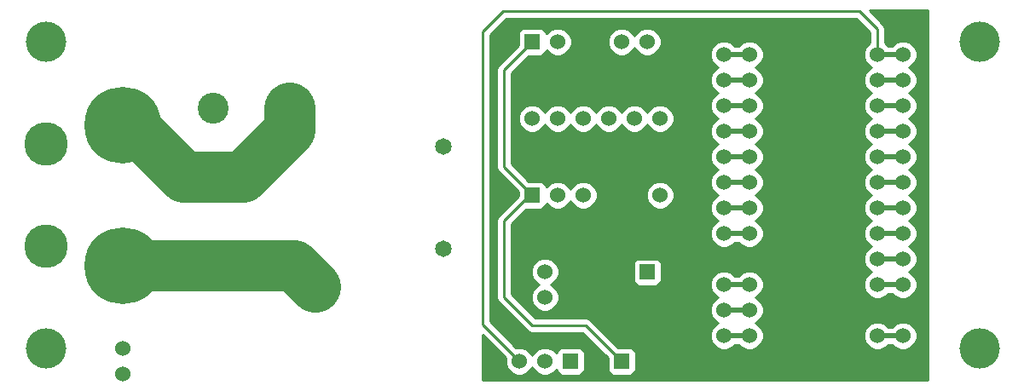
<source format=gbl>
G04 (created by PCBNEW (2013-07-07 BZR 4022)-stable) date Tue 03 Sep 2013 18:57:52 CST*
%MOIN*%
G04 Gerber Fmt 3.4, Leading zero omitted, Abs format*
%FSLAX34Y34*%
G01*
G70*
G90*
G04 APERTURE LIST*
%ADD10C,0.006*%
%ADD11C,0.02*%
%ADD12C,0.06*%
%ADD13C,0.065*%
%ADD14C,0.121*%
%ADD15C,0.15748*%
%ADD16R,0.06X0.06*%
%ADD17C,0.17*%
%ADD18C,0.3*%
%ADD19C,0.01*%
%ADD20C,0.2*%
G04 APERTURE END LIST*
G54D10*
G54D11*
X64600Y-42000D02*
X64200Y-42000D01*
X64600Y-41000D02*
X64200Y-41000D01*
X64600Y-40000D02*
X64200Y-40000D01*
X64600Y-38000D02*
X64200Y-38000D01*
X64600Y-37000D02*
X64200Y-37000D01*
X64600Y-36000D02*
X64200Y-36000D01*
X64600Y-35000D02*
X64200Y-35000D01*
X64600Y-34000D02*
X64200Y-34000D01*
X64600Y-33000D02*
X64200Y-33000D01*
X64600Y-32000D02*
X64200Y-32000D01*
X64600Y-31000D02*
X64200Y-31000D01*
X70600Y-31000D02*
X70200Y-31000D01*
X70600Y-32000D02*
X70200Y-32000D01*
X70600Y-33000D02*
X70200Y-33000D01*
X70600Y-34000D02*
X70200Y-34000D01*
X70600Y-35000D02*
X70200Y-35000D01*
X70600Y-36000D02*
X70200Y-36000D01*
X70600Y-37000D02*
X70200Y-37000D01*
X70600Y-38000D02*
X70200Y-38000D01*
X70600Y-39000D02*
X70200Y-39000D01*
X70600Y-40000D02*
X70200Y-40000D01*
X70600Y-42000D02*
X70200Y-42000D01*
G54D12*
X70900Y-42000D03*
X70900Y-41000D03*
X70900Y-40000D03*
X70900Y-39000D03*
X70900Y-38000D03*
X70900Y-37000D03*
X70900Y-36000D03*
X70900Y-35000D03*
X70900Y-34000D03*
X70900Y-33000D03*
X70900Y-32000D03*
X70900Y-31000D03*
X63900Y-31000D03*
X63900Y-32000D03*
X63900Y-33000D03*
X63900Y-34000D03*
X63900Y-35000D03*
X63900Y-36000D03*
X63900Y-37000D03*
X63900Y-38000D03*
X63900Y-39000D03*
X63900Y-40000D03*
X63900Y-41000D03*
X63900Y-42000D03*
X69900Y-42000D03*
X69900Y-41000D03*
X69900Y-40000D03*
X69900Y-39000D03*
X69900Y-38000D03*
X69900Y-37000D03*
X69900Y-36000D03*
X69900Y-35000D03*
X69900Y-34000D03*
X69900Y-33000D03*
X69900Y-32000D03*
X69900Y-31000D03*
X64900Y-31000D03*
X64900Y-32000D03*
X64900Y-33000D03*
X64900Y-34000D03*
X64900Y-35000D03*
X64900Y-36000D03*
X64900Y-37000D03*
X64900Y-38000D03*
X64900Y-39000D03*
X64900Y-40000D03*
X64900Y-41000D03*
X64900Y-42000D03*
G54D13*
X52943Y-38602D03*
X52943Y-34603D03*
G54D14*
X47944Y-40098D03*
X43940Y-33107D03*
X46944Y-33107D03*
G54D15*
X37400Y-42500D03*
X37400Y-30500D03*
X73900Y-42500D03*
X73900Y-30500D03*
G54D16*
X57900Y-43000D03*
G54D12*
X56900Y-43000D03*
X55900Y-43000D03*
G54D16*
X60900Y-39500D03*
G54D12*
X59900Y-39500D03*
X59900Y-30500D03*
X60900Y-30500D03*
G54D16*
X56400Y-36500D03*
G54D12*
X56400Y-33500D03*
X57900Y-39500D03*
X56900Y-39500D03*
X56900Y-40500D03*
G54D16*
X56400Y-30500D03*
G54D12*
X57400Y-30500D03*
X40400Y-43500D03*
X40400Y-42500D03*
G54D17*
X37400Y-38500D03*
X37400Y-34500D03*
G54D18*
X40400Y-39250D03*
X40400Y-33750D03*
G54D16*
X59900Y-43000D03*
G54D12*
X60900Y-43000D03*
X60400Y-33500D03*
X60400Y-36500D03*
X61400Y-33500D03*
X61400Y-36500D03*
X59400Y-33500D03*
X59400Y-36500D03*
X58400Y-33500D03*
X58400Y-36500D03*
X57400Y-33500D03*
X57400Y-36500D03*
G54D19*
X63900Y-42000D02*
X64900Y-42000D01*
X70900Y-42000D02*
X69900Y-42000D01*
X56400Y-36500D02*
X56300Y-36500D01*
X58500Y-41600D02*
X59900Y-43000D01*
X56400Y-41600D02*
X58500Y-41600D01*
X55300Y-40500D02*
X56400Y-41600D01*
X55300Y-37500D02*
X55300Y-40500D01*
X56300Y-36500D02*
X55300Y-37500D01*
X56400Y-30500D02*
X55300Y-31600D01*
X55300Y-35400D02*
X56400Y-36500D01*
X55300Y-31600D02*
X55300Y-35400D01*
X69900Y-31000D02*
X69900Y-30000D01*
X54450Y-41550D02*
X55900Y-43000D01*
X54450Y-30100D02*
X54450Y-41550D01*
X55265Y-29285D02*
X54450Y-30100D01*
X69185Y-29285D02*
X55265Y-29285D01*
X69900Y-30000D02*
X69185Y-29285D01*
X70900Y-31000D02*
X69900Y-31000D01*
X63900Y-31000D02*
X64900Y-31000D01*
X63900Y-32000D02*
X64900Y-32000D01*
X63900Y-39000D02*
X64900Y-39000D01*
X64900Y-39000D02*
X67900Y-39000D01*
X67900Y-39000D02*
X69900Y-41000D01*
X70900Y-41000D02*
X69900Y-41000D01*
X60900Y-43000D02*
X67900Y-43000D01*
X67900Y-43000D02*
X69900Y-41000D01*
X59900Y-39500D02*
X59900Y-42000D01*
X59900Y-42000D02*
X60900Y-43000D01*
X63900Y-39000D02*
X59900Y-39000D01*
X59900Y-39000D02*
X59900Y-37000D01*
X59400Y-36500D02*
X59900Y-37000D01*
X59900Y-39500D02*
X59900Y-39000D01*
X59900Y-37000D02*
X60400Y-36500D01*
X59900Y-39500D02*
X57900Y-39500D01*
G54D20*
X40400Y-33750D02*
X40750Y-33750D01*
X46944Y-33956D02*
X46944Y-33107D01*
X45100Y-35800D02*
X46944Y-33956D01*
X42800Y-35800D02*
X45100Y-35800D01*
X40750Y-33750D02*
X42800Y-35800D01*
X47096Y-39250D02*
X47944Y-40098D01*
X40400Y-39250D02*
X47096Y-39250D01*
G54D10*
G36*
X71850Y-43730D02*
X71450Y-43730D01*
X71450Y-41891D01*
X71366Y-41688D01*
X71211Y-41534D01*
X71009Y-41450D01*
X70791Y-41449D01*
X70588Y-41533D01*
X70472Y-41650D01*
X70327Y-41650D01*
X70211Y-41534D01*
X70009Y-41450D01*
X69791Y-41449D01*
X69588Y-41533D01*
X69434Y-41688D01*
X69350Y-41890D01*
X69349Y-42108D01*
X69433Y-42311D01*
X69588Y-42465D01*
X69790Y-42549D01*
X70008Y-42550D01*
X70211Y-42466D01*
X70327Y-42350D01*
X70472Y-42350D01*
X70588Y-42465D01*
X70790Y-42549D01*
X71008Y-42550D01*
X71211Y-42466D01*
X71365Y-42311D01*
X71449Y-42109D01*
X71450Y-41891D01*
X71450Y-43730D01*
X65450Y-43730D01*
X65450Y-41891D01*
X65366Y-41688D01*
X65211Y-41534D01*
X65130Y-41500D01*
X65211Y-41466D01*
X65365Y-41311D01*
X65449Y-41109D01*
X65450Y-40891D01*
X65366Y-40688D01*
X65211Y-40534D01*
X65130Y-40500D01*
X65211Y-40466D01*
X65365Y-40311D01*
X65449Y-40109D01*
X65450Y-39891D01*
X65450Y-37891D01*
X65366Y-37688D01*
X65211Y-37534D01*
X65130Y-37500D01*
X65211Y-37466D01*
X65365Y-37311D01*
X65449Y-37109D01*
X65450Y-36891D01*
X65366Y-36688D01*
X65211Y-36534D01*
X65130Y-36500D01*
X65211Y-36466D01*
X65365Y-36311D01*
X65449Y-36109D01*
X65450Y-35891D01*
X65366Y-35688D01*
X65211Y-35534D01*
X65130Y-35500D01*
X65211Y-35466D01*
X65365Y-35311D01*
X65449Y-35109D01*
X65450Y-34891D01*
X65366Y-34688D01*
X65211Y-34534D01*
X65130Y-34500D01*
X65211Y-34466D01*
X65365Y-34311D01*
X65449Y-34109D01*
X65450Y-33891D01*
X65366Y-33688D01*
X65211Y-33534D01*
X65130Y-33500D01*
X65211Y-33466D01*
X65365Y-33311D01*
X65449Y-33109D01*
X65450Y-32891D01*
X65366Y-32688D01*
X65211Y-32534D01*
X65130Y-32500D01*
X65211Y-32466D01*
X65365Y-32311D01*
X65449Y-32109D01*
X65450Y-31891D01*
X65366Y-31688D01*
X65211Y-31534D01*
X65130Y-31500D01*
X65211Y-31466D01*
X65365Y-31311D01*
X65449Y-31109D01*
X65450Y-30891D01*
X65366Y-30688D01*
X65211Y-30534D01*
X65009Y-30450D01*
X64791Y-30449D01*
X64588Y-30533D01*
X64472Y-30650D01*
X64327Y-30650D01*
X64211Y-30534D01*
X64009Y-30450D01*
X63791Y-30449D01*
X63588Y-30533D01*
X63434Y-30688D01*
X63350Y-30890D01*
X63349Y-31108D01*
X63433Y-31311D01*
X63588Y-31465D01*
X63669Y-31499D01*
X63588Y-31533D01*
X63434Y-31688D01*
X63350Y-31890D01*
X63349Y-32108D01*
X63433Y-32311D01*
X63588Y-32465D01*
X63669Y-32499D01*
X63588Y-32533D01*
X63434Y-32688D01*
X63350Y-32890D01*
X63349Y-33108D01*
X63433Y-33311D01*
X63588Y-33465D01*
X63669Y-33499D01*
X63588Y-33533D01*
X63434Y-33688D01*
X63350Y-33890D01*
X63349Y-34108D01*
X63433Y-34311D01*
X63588Y-34465D01*
X63669Y-34499D01*
X63588Y-34533D01*
X63434Y-34688D01*
X63350Y-34890D01*
X63349Y-35108D01*
X63433Y-35311D01*
X63588Y-35465D01*
X63669Y-35499D01*
X63588Y-35533D01*
X63434Y-35688D01*
X63350Y-35890D01*
X63349Y-36108D01*
X63433Y-36311D01*
X63588Y-36465D01*
X63669Y-36499D01*
X63588Y-36533D01*
X63434Y-36688D01*
X63350Y-36890D01*
X63349Y-37108D01*
X63433Y-37311D01*
X63588Y-37465D01*
X63669Y-37499D01*
X63588Y-37533D01*
X63434Y-37688D01*
X63350Y-37890D01*
X63349Y-38108D01*
X63433Y-38311D01*
X63588Y-38465D01*
X63790Y-38549D01*
X64008Y-38550D01*
X64211Y-38466D01*
X64327Y-38350D01*
X64472Y-38350D01*
X64588Y-38465D01*
X64790Y-38549D01*
X65008Y-38550D01*
X65211Y-38466D01*
X65365Y-38311D01*
X65449Y-38109D01*
X65450Y-37891D01*
X65450Y-39891D01*
X65366Y-39688D01*
X65211Y-39534D01*
X65009Y-39450D01*
X64791Y-39449D01*
X64588Y-39533D01*
X64472Y-39650D01*
X64327Y-39650D01*
X64211Y-39534D01*
X64009Y-39450D01*
X63791Y-39449D01*
X63588Y-39533D01*
X63434Y-39688D01*
X63350Y-39890D01*
X63349Y-40108D01*
X63433Y-40311D01*
X63588Y-40465D01*
X63669Y-40499D01*
X63588Y-40533D01*
X63434Y-40688D01*
X63350Y-40890D01*
X63349Y-41108D01*
X63433Y-41311D01*
X63588Y-41465D01*
X63669Y-41499D01*
X63588Y-41533D01*
X63434Y-41688D01*
X63350Y-41890D01*
X63349Y-42108D01*
X63433Y-42311D01*
X63588Y-42465D01*
X63790Y-42549D01*
X64008Y-42550D01*
X64211Y-42466D01*
X64327Y-42350D01*
X64472Y-42350D01*
X64588Y-42465D01*
X64790Y-42549D01*
X65008Y-42550D01*
X65211Y-42466D01*
X65365Y-42311D01*
X65449Y-42109D01*
X65450Y-41891D01*
X65450Y-43730D01*
X61950Y-43730D01*
X61950Y-36391D01*
X61950Y-33391D01*
X61866Y-33188D01*
X61711Y-33034D01*
X61509Y-32950D01*
X61450Y-32950D01*
X61450Y-30391D01*
X61366Y-30188D01*
X61211Y-30034D01*
X61009Y-29950D01*
X60791Y-29949D01*
X60588Y-30033D01*
X60434Y-30188D01*
X60400Y-30269D01*
X60366Y-30188D01*
X60211Y-30034D01*
X60009Y-29950D01*
X59791Y-29949D01*
X59588Y-30033D01*
X59434Y-30188D01*
X59350Y-30390D01*
X59349Y-30608D01*
X59433Y-30811D01*
X59588Y-30965D01*
X59790Y-31049D01*
X60008Y-31050D01*
X60211Y-30966D01*
X60365Y-30811D01*
X60399Y-30730D01*
X60433Y-30811D01*
X60588Y-30965D01*
X60790Y-31049D01*
X61008Y-31050D01*
X61211Y-30966D01*
X61365Y-30811D01*
X61449Y-30609D01*
X61450Y-30391D01*
X61450Y-32950D01*
X61291Y-32949D01*
X61088Y-33033D01*
X60934Y-33188D01*
X60900Y-33269D01*
X60866Y-33188D01*
X60711Y-33034D01*
X60509Y-32950D01*
X60291Y-32949D01*
X60088Y-33033D01*
X59934Y-33188D01*
X59900Y-33269D01*
X59866Y-33188D01*
X59711Y-33034D01*
X59509Y-32950D01*
X59291Y-32949D01*
X59088Y-33033D01*
X58934Y-33188D01*
X58900Y-33269D01*
X58866Y-33188D01*
X58711Y-33034D01*
X58509Y-32950D01*
X58291Y-32949D01*
X58088Y-33033D01*
X57934Y-33188D01*
X57900Y-33269D01*
X57866Y-33188D01*
X57711Y-33034D01*
X57509Y-32950D01*
X57291Y-32949D01*
X57088Y-33033D01*
X56934Y-33188D01*
X56900Y-33269D01*
X56866Y-33188D01*
X56711Y-33034D01*
X56509Y-32950D01*
X56291Y-32949D01*
X56088Y-33033D01*
X55934Y-33188D01*
X55850Y-33390D01*
X55849Y-33608D01*
X55933Y-33811D01*
X56088Y-33965D01*
X56290Y-34049D01*
X56508Y-34050D01*
X56711Y-33966D01*
X56865Y-33811D01*
X56899Y-33730D01*
X56933Y-33811D01*
X57088Y-33965D01*
X57290Y-34049D01*
X57508Y-34050D01*
X57711Y-33966D01*
X57865Y-33811D01*
X57899Y-33730D01*
X57933Y-33811D01*
X58088Y-33965D01*
X58290Y-34049D01*
X58508Y-34050D01*
X58711Y-33966D01*
X58865Y-33811D01*
X58899Y-33730D01*
X58933Y-33811D01*
X59088Y-33965D01*
X59290Y-34049D01*
X59508Y-34050D01*
X59711Y-33966D01*
X59865Y-33811D01*
X59899Y-33730D01*
X59933Y-33811D01*
X60088Y-33965D01*
X60290Y-34049D01*
X60508Y-34050D01*
X60711Y-33966D01*
X60865Y-33811D01*
X60899Y-33730D01*
X60933Y-33811D01*
X61088Y-33965D01*
X61290Y-34049D01*
X61508Y-34050D01*
X61711Y-33966D01*
X61865Y-33811D01*
X61949Y-33609D01*
X61950Y-33391D01*
X61950Y-36391D01*
X61866Y-36188D01*
X61711Y-36034D01*
X61509Y-35950D01*
X61291Y-35949D01*
X61088Y-36033D01*
X60934Y-36188D01*
X60850Y-36390D01*
X60849Y-36608D01*
X60933Y-36811D01*
X61088Y-36965D01*
X61290Y-37049D01*
X61508Y-37050D01*
X61711Y-36966D01*
X61865Y-36811D01*
X61949Y-36609D01*
X61950Y-36391D01*
X61950Y-43730D01*
X61450Y-43730D01*
X61450Y-39750D01*
X61450Y-39150D01*
X61412Y-39058D01*
X61341Y-38988D01*
X61249Y-38950D01*
X61150Y-38949D01*
X60550Y-38949D01*
X60458Y-38987D01*
X60388Y-39058D01*
X60350Y-39150D01*
X60349Y-39249D01*
X60349Y-39849D01*
X60387Y-39941D01*
X60458Y-40011D01*
X60550Y-40049D01*
X60649Y-40050D01*
X61249Y-40050D01*
X61341Y-40012D01*
X61411Y-39941D01*
X61449Y-39849D01*
X61450Y-39750D01*
X61450Y-43730D01*
X60450Y-43730D01*
X60450Y-43250D01*
X60450Y-42650D01*
X60412Y-42558D01*
X60341Y-42488D01*
X60249Y-42450D01*
X60150Y-42449D01*
X59774Y-42449D01*
X58712Y-41387D01*
X58614Y-41322D01*
X58500Y-41300D01*
X57450Y-41300D01*
X57450Y-40391D01*
X57366Y-40188D01*
X57211Y-40034D01*
X57130Y-40000D01*
X57211Y-39966D01*
X57365Y-39811D01*
X57449Y-39609D01*
X57450Y-39391D01*
X57366Y-39188D01*
X57211Y-39034D01*
X57009Y-38950D01*
X56791Y-38949D01*
X56588Y-39033D01*
X56434Y-39188D01*
X56350Y-39390D01*
X56349Y-39608D01*
X56433Y-39811D01*
X56588Y-39965D01*
X56669Y-39999D01*
X56588Y-40033D01*
X56434Y-40188D01*
X56350Y-40390D01*
X56349Y-40608D01*
X56433Y-40811D01*
X56588Y-40965D01*
X56790Y-41049D01*
X57008Y-41050D01*
X57211Y-40966D01*
X57365Y-40811D01*
X57449Y-40609D01*
X57450Y-40391D01*
X57450Y-41300D01*
X56524Y-41300D01*
X55600Y-40375D01*
X55600Y-37624D01*
X56174Y-37050D01*
X56749Y-37050D01*
X56841Y-37012D01*
X56911Y-36941D01*
X56949Y-36849D01*
X56949Y-36827D01*
X57088Y-36965D01*
X57290Y-37049D01*
X57508Y-37050D01*
X57711Y-36966D01*
X57865Y-36811D01*
X57899Y-36730D01*
X57933Y-36811D01*
X58088Y-36965D01*
X58290Y-37049D01*
X58508Y-37050D01*
X58711Y-36966D01*
X58865Y-36811D01*
X58949Y-36609D01*
X58950Y-36391D01*
X58866Y-36188D01*
X58711Y-36034D01*
X58509Y-35950D01*
X58291Y-35949D01*
X58088Y-36033D01*
X57934Y-36188D01*
X57900Y-36269D01*
X57866Y-36188D01*
X57711Y-36034D01*
X57509Y-35950D01*
X57291Y-35949D01*
X57088Y-36033D01*
X56950Y-36172D01*
X56950Y-36150D01*
X56912Y-36058D01*
X56841Y-35988D01*
X56749Y-35950D01*
X56650Y-35949D01*
X56274Y-35949D01*
X55600Y-35275D01*
X55600Y-31724D01*
X56274Y-31050D01*
X56749Y-31050D01*
X56841Y-31012D01*
X56911Y-30941D01*
X56949Y-30849D01*
X56949Y-30827D01*
X57088Y-30965D01*
X57290Y-31049D01*
X57508Y-31050D01*
X57711Y-30966D01*
X57865Y-30811D01*
X57949Y-30609D01*
X57950Y-30391D01*
X57866Y-30188D01*
X57711Y-30034D01*
X57509Y-29950D01*
X57291Y-29949D01*
X57088Y-30033D01*
X56950Y-30172D01*
X56950Y-30150D01*
X56912Y-30058D01*
X56841Y-29988D01*
X56749Y-29950D01*
X56650Y-29949D01*
X56050Y-29949D01*
X55958Y-29987D01*
X55888Y-30058D01*
X55850Y-30150D01*
X55849Y-30249D01*
X55849Y-30625D01*
X55087Y-31387D01*
X55022Y-31485D01*
X55000Y-31600D01*
X55000Y-35400D01*
X55022Y-35514D01*
X55087Y-35612D01*
X55849Y-36374D01*
X55849Y-36525D01*
X55087Y-37287D01*
X55022Y-37385D01*
X55000Y-37500D01*
X55000Y-40500D01*
X55022Y-40614D01*
X55087Y-40712D01*
X56187Y-41812D01*
X56187Y-41812D01*
X56285Y-41877D01*
X56400Y-41900D01*
X58375Y-41900D01*
X59349Y-42874D01*
X59349Y-43349D01*
X59387Y-43441D01*
X59458Y-43511D01*
X59550Y-43549D01*
X59649Y-43550D01*
X60249Y-43550D01*
X60341Y-43512D01*
X60411Y-43441D01*
X60449Y-43349D01*
X60450Y-43250D01*
X60450Y-43730D01*
X54450Y-43730D01*
X54450Y-41974D01*
X55354Y-42878D01*
X55350Y-42890D01*
X55349Y-43108D01*
X55433Y-43311D01*
X55588Y-43465D01*
X55790Y-43549D01*
X56008Y-43550D01*
X56211Y-43466D01*
X56365Y-43311D01*
X56399Y-43230D01*
X56433Y-43311D01*
X56588Y-43465D01*
X56790Y-43549D01*
X57008Y-43550D01*
X57211Y-43466D01*
X57349Y-43327D01*
X57349Y-43349D01*
X57387Y-43441D01*
X57458Y-43511D01*
X57550Y-43549D01*
X57649Y-43550D01*
X58249Y-43550D01*
X58341Y-43512D01*
X58411Y-43441D01*
X58449Y-43349D01*
X58450Y-43250D01*
X58450Y-42650D01*
X58412Y-42558D01*
X58341Y-42488D01*
X58249Y-42450D01*
X58150Y-42449D01*
X57550Y-42449D01*
X57458Y-42487D01*
X57388Y-42558D01*
X57350Y-42650D01*
X57350Y-42672D01*
X57211Y-42534D01*
X57009Y-42450D01*
X56791Y-42449D01*
X56588Y-42533D01*
X56434Y-42688D01*
X56400Y-42769D01*
X56366Y-42688D01*
X56211Y-42534D01*
X56009Y-42450D01*
X55791Y-42449D01*
X55779Y-42454D01*
X54750Y-41425D01*
X54750Y-30224D01*
X55389Y-29585D01*
X69060Y-29585D01*
X69600Y-30124D01*
X69600Y-30528D01*
X69588Y-30533D01*
X69434Y-30688D01*
X69350Y-30890D01*
X69349Y-31108D01*
X69433Y-31311D01*
X69588Y-31465D01*
X69669Y-31499D01*
X69588Y-31533D01*
X69434Y-31688D01*
X69350Y-31890D01*
X69349Y-32108D01*
X69433Y-32311D01*
X69588Y-32465D01*
X69669Y-32499D01*
X69588Y-32533D01*
X69434Y-32688D01*
X69350Y-32890D01*
X69349Y-33108D01*
X69433Y-33311D01*
X69588Y-33465D01*
X69669Y-33499D01*
X69588Y-33533D01*
X69434Y-33688D01*
X69350Y-33890D01*
X69349Y-34108D01*
X69433Y-34311D01*
X69588Y-34465D01*
X69669Y-34499D01*
X69588Y-34533D01*
X69434Y-34688D01*
X69350Y-34890D01*
X69349Y-35108D01*
X69433Y-35311D01*
X69588Y-35465D01*
X69669Y-35499D01*
X69588Y-35533D01*
X69434Y-35688D01*
X69350Y-35890D01*
X69349Y-36108D01*
X69433Y-36311D01*
X69588Y-36465D01*
X69669Y-36499D01*
X69588Y-36533D01*
X69434Y-36688D01*
X69350Y-36890D01*
X69349Y-37108D01*
X69433Y-37311D01*
X69588Y-37465D01*
X69669Y-37499D01*
X69588Y-37533D01*
X69434Y-37688D01*
X69350Y-37890D01*
X69349Y-38108D01*
X69433Y-38311D01*
X69588Y-38465D01*
X69669Y-38499D01*
X69588Y-38533D01*
X69434Y-38688D01*
X69350Y-38890D01*
X69349Y-39108D01*
X69433Y-39311D01*
X69588Y-39465D01*
X69669Y-39499D01*
X69588Y-39533D01*
X69434Y-39688D01*
X69350Y-39890D01*
X69349Y-40108D01*
X69433Y-40311D01*
X69588Y-40465D01*
X69790Y-40549D01*
X70008Y-40550D01*
X70211Y-40466D01*
X70327Y-40350D01*
X70472Y-40350D01*
X70588Y-40465D01*
X70790Y-40549D01*
X71008Y-40550D01*
X71211Y-40466D01*
X71365Y-40311D01*
X71449Y-40109D01*
X71450Y-39891D01*
X71366Y-39688D01*
X71211Y-39534D01*
X71130Y-39500D01*
X71211Y-39466D01*
X71365Y-39311D01*
X71449Y-39109D01*
X71450Y-38891D01*
X71366Y-38688D01*
X71211Y-38534D01*
X71130Y-38500D01*
X71211Y-38466D01*
X71365Y-38311D01*
X71449Y-38109D01*
X71450Y-37891D01*
X71366Y-37688D01*
X71211Y-37534D01*
X71130Y-37500D01*
X71211Y-37466D01*
X71365Y-37311D01*
X71449Y-37109D01*
X71450Y-36891D01*
X71366Y-36688D01*
X71211Y-36534D01*
X71130Y-36500D01*
X71211Y-36466D01*
X71365Y-36311D01*
X71449Y-36109D01*
X71450Y-35891D01*
X71366Y-35688D01*
X71211Y-35534D01*
X71130Y-35500D01*
X71211Y-35466D01*
X71365Y-35311D01*
X71449Y-35109D01*
X71450Y-34891D01*
X71366Y-34688D01*
X71211Y-34534D01*
X71130Y-34500D01*
X71211Y-34466D01*
X71365Y-34311D01*
X71449Y-34109D01*
X71450Y-33891D01*
X71366Y-33688D01*
X71211Y-33534D01*
X71130Y-33500D01*
X71211Y-33466D01*
X71365Y-33311D01*
X71449Y-33109D01*
X71450Y-32891D01*
X71366Y-32688D01*
X71211Y-32534D01*
X71130Y-32500D01*
X71211Y-32466D01*
X71365Y-32311D01*
X71449Y-32109D01*
X71450Y-31891D01*
X71366Y-31688D01*
X71211Y-31534D01*
X71130Y-31500D01*
X71211Y-31466D01*
X71365Y-31311D01*
X71449Y-31109D01*
X71450Y-30891D01*
X71366Y-30688D01*
X71211Y-30534D01*
X71009Y-30450D01*
X70791Y-30449D01*
X70588Y-30533D01*
X70472Y-30650D01*
X70327Y-30650D01*
X70211Y-30534D01*
X70200Y-30529D01*
X70200Y-30000D01*
X70177Y-29885D01*
X70112Y-29787D01*
X70112Y-29787D01*
X69593Y-29269D01*
X71850Y-29269D01*
X71850Y-43730D01*
X71850Y-43730D01*
G37*
G54D19*
X71850Y-43730D02*
X71450Y-43730D01*
X71450Y-41891D01*
X71366Y-41688D01*
X71211Y-41534D01*
X71009Y-41450D01*
X70791Y-41449D01*
X70588Y-41533D01*
X70472Y-41650D01*
X70327Y-41650D01*
X70211Y-41534D01*
X70009Y-41450D01*
X69791Y-41449D01*
X69588Y-41533D01*
X69434Y-41688D01*
X69350Y-41890D01*
X69349Y-42108D01*
X69433Y-42311D01*
X69588Y-42465D01*
X69790Y-42549D01*
X70008Y-42550D01*
X70211Y-42466D01*
X70327Y-42350D01*
X70472Y-42350D01*
X70588Y-42465D01*
X70790Y-42549D01*
X71008Y-42550D01*
X71211Y-42466D01*
X71365Y-42311D01*
X71449Y-42109D01*
X71450Y-41891D01*
X71450Y-43730D01*
X65450Y-43730D01*
X65450Y-41891D01*
X65366Y-41688D01*
X65211Y-41534D01*
X65130Y-41500D01*
X65211Y-41466D01*
X65365Y-41311D01*
X65449Y-41109D01*
X65450Y-40891D01*
X65366Y-40688D01*
X65211Y-40534D01*
X65130Y-40500D01*
X65211Y-40466D01*
X65365Y-40311D01*
X65449Y-40109D01*
X65450Y-39891D01*
X65450Y-37891D01*
X65366Y-37688D01*
X65211Y-37534D01*
X65130Y-37500D01*
X65211Y-37466D01*
X65365Y-37311D01*
X65449Y-37109D01*
X65450Y-36891D01*
X65366Y-36688D01*
X65211Y-36534D01*
X65130Y-36500D01*
X65211Y-36466D01*
X65365Y-36311D01*
X65449Y-36109D01*
X65450Y-35891D01*
X65366Y-35688D01*
X65211Y-35534D01*
X65130Y-35500D01*
X65211Y-35466D01*
X65365Y-35311D01*
X65449Y-35109D01*
X65450Y-34891D01*
X65366Y-34688D01*
X65211Y-34534D01*
X65130Y-34500D01*
X65211Y-34466D01*
X65365Y-34311D01*
X65449Y-34109D01*
X65450Y-33891D01*
X65366Y-33688D01*
X65211Y-33534D01*
X65130Y-33500D01*
X65211Y-33466D01*
X65365Y-33311D01*
X65449Y-33109D01*
X65450Y-32891D01*
X65366Y-32688D01*
X65211Y-32534D01*
X65130Y-32500D01*
X65211Y-32466D01*
X65365Y-32311D01*
X65449Y-32109D01*
X65450Y-31891D01*
X65366Y-31688D01*
X65211Y-31534D01*
X65130Y-31500D01*
X65211Y-31466D01*
X65365Y-31311D01*
X65449Y-31109D01*
X65450Y-30891D01*
X65366Y-30688D01*
X65211Y-30534D01*
X65009Y-30450D01*
X64791Y-30449D01*
X64588Y-30533D01*
X64472Y-30650D01*
X64327Y-30650D01*
X64211Y-30534D01*
X64009Y-30450D01*
X63791Y-30449D01*
X63588Y-30533D01*
X63434Y-30688D01*
X63350Y-30890D01*
X63349Y-31108D01*
X63433Y-31311D01*
X63588Y-31465D01*
X63669Y-31499D01*
X63588Y-31533D01*
X63434Y-31688D01*
X63350Y-31890D01*
X63349Y-32108D01*
X63433Y-32311D01*
X63588Y-32465D01*
X63669Y-32499D01*
X63588Y-32533D01*
X63434Y-32688D01*
X63350Y-32890D01*
X63349Y-33108D01*
X63433Y-33311D01*
X63588Y-33465D01*
X63669Y-33499D01*
X63588Y-33533D01*
X63434Y-33688D01*
X63350Y-33890D01*
X63349Y-34108D01*
X63433Y-34311D01*
X63588Y-34465D01*
X63669Y-34499D01*
X63588Y-34533D01*
X63434Y-34688D01*
X63350Y-34890D01*
X63349Y-35108D01*
X63433Y-35311D01*
X63588Y-35465D01*
X63669Y-35499D01*
X63588Y-35533D01*
X63434Y-35688D01*
X63350Y-35890D01*
X63349Y-36108D01*
X63433Y-36311D01*
X63588Y-36465D01*
X63669Y-36499D01*
X63588Y-36533D01*
X63434Y-36688D01*
X63350Y-36890D01*
X63349Y-37108D01*
X63433Y-37311D01*
X63588Y-37465D01*
X63669Y-37499D01*
X63588Y-37533D01*
X63434Y-37688D01*
X63350Y-37890D01*
X63349Y-38108D01*
X63433Y-38311D01*
X63588Y-38465D01*
X63790Y-38549D01*
X64008Y-38550D01*
X64211Y-38466D01*
X64327Y-38350D01*
X64472Y-38350D01*
X64588Y-38465D01*
X64790Y-38549D01*
X65008Y-38550D01*
X65211Y-38466D01*
X65365Y-38311D01*
X65449Y-38109D01*
X65450Y-37891D01*
X65450Y-39891D01*
X65366Y-39688D01*
X65211Y-39534D01*
X65009Y-39450D01*
X64791Y-39449D01*
X64588Y-39533D01*
X64472Y-39650D01*
X64327Y-39650D01*
X64211Y-39534D01*
X64009Y-39450D01*
X63791Y-39449D01*
X63588Y-39533D01*
X63434Y-39688D01*
X63350Y-39890D01*
X63349Y-40108D01*
X63433Y-40311D01*
X63588Y-40465D01*
X63669Y-40499D01*
X63588Y-40533D01*
X63434Y-40688D01*
X63350Y-40890D01*
X63349Y-41108D01*
X63433Y-41311D01*
X63588Y-41465D01*
X63669Y-41499D01*
X63588Y-41533D01*
X63434Y-41688D01*
X63350Y-41890D01*
X63349Y-42108D01*
X63433Y-42311D01*
X63588Y-42465D01*
X63790Y-42549D01*
X64008Y-42550D01*
X64211Y-42466D01*
X64327Y-42350D01*
X64472Y-42350D01*
X64588Y-42465D01*
X64790Y-42549D01*
X65008Y-42550D01*
X65211Y-42466D01*
X65365Y-42311D01*
X65449Y-42109D01*
X65450Y-41891D01*
X65450Y-43730D01*
X61950Y-43730D01*
X61950Y-36391D01*
X61950Y-33391D01*
X61866Y-33188D01*
X61711Y-33034D01*
X61509Y-32950D01*
X61450Y-32950D01*
X61450Y-30391D01*
X61366Y-30188D01*
X61211Y-30034D01*
X61009Y-29950D01*
X60791Y-29949D01*
X60588Y-30033D01*
X60434Y-30188D01*
X60400Y-30269D01*
X60366Y-30188D01*
X60211Y-30034D01*
X60009Y-29950D01*
X59791Y-29949D01*
X59588Y-30033D01*
X59434Y-30188D01*
X59350Y-30390D01*
X59349Y-30608D01*
X59433Y-30811D01*
X59588Y-30965D01*
X59790Y-31049D01*
X60008Y-31050D01*
X60211Y-30966D01*
X60365Y-30811D01*
X60399Y-30730D01*
X60433Y-30811D01*
X60588Y-30965D01*
X60790Y-31049D01*
X61008Y-31050D01*
X61211Y-30966D01*
X61365Y-30811D01*
X61449Y-30609D01*
X61450Y-30391D01*
X61450Y-32950D01*
X61291Y-32949D01*
X61088Y-33033D01*
X60934Y-33188D01*
X60900Y-33269D01*
X60866Y-33188D01*
X60711Y-33034D01*
X60509Y-32950D01*
X60291Y-32949D01*
X60088Y-33033D01*
X59934Y-33188D01*
X59900Y-33269D01*
X59866Y-33188D01*
X59711Y-33034D01*
X59509Y-32950D01*
X59291Y-32949D01*
X59088Y-33033D01*
X58934Y-33188D01*
X58900Y-33269D01*
X58866Y-33188D01*
X58711Y-33034D01*
X58509Y-32950D01*
X58291Y-32949D01*
X58088Y-33033D01*
X57934Y-33188D01*
X57900Y-33269D01*
X57866Y-33188D01*
X57711Y-33034D01*
X57509Y-32950D01*
X57291Y-32949D01*
X57088Y-33033D01*
X56934Y-33188D01*
X56900Y-33269D01*
X56866Y-33188D01*
X56711Y-33034D01*
X56509Y-32950D01*
X56291Y-32949D01*
X56088Y-33033D01*
X55934Y-33188D01*
X55850Y-33390D01*
X55849Y-33608D01*
X55933Y-33811D01*
X56088Y-33965D01*
X56290Y-34049D01*
X56508Y-34050D01*
X56711Y-33966D01*
X56865Y-33811D01*
X56899Y-33730D01*
X56933Y-33811D01*
X57088Y-33965D01*
X57290Y-34049D01*
X57508Y-34050D01*
X57711Y-33966D01*
X57865Y-33811D01*
X57899Y-33730D01*
X57933Y-33811D01*
X58088Y-33965D01*
X58290Y-34049D01*
X58508Y-34050D01*
X58711Y-33966D01*
X58865Y-33811D01*
X58899Y-33730D01*
X58933Y-33811D01*
X59088Y-33965D01*
X59290Y-34049D01*
X59508Y-34050D01*
X59711Y-33966D01*
X59865Y-33811D01*
X59899Y-33730D01*
X59933Y-33811D01*
X60088Y-33965D01*
X60290Y-34049D01*
X60508Y-34050D01*
X60711Y-33966D01*
X60865Y-33811D01*
X60899Y-33730D01*
X60933Y-33811D01*
X61088Y-33965D01*
X61290Y-34049D01*
X61508Y-34050D01*
X61711Y-33966D01*
X61865Y-33811D01*
X61949Y-33609D01*
X61950Y-33391D01*
X61950Y-36391D01*
X61866Y-36188D01*
X61711Y-36034D01*
X61509Y-35950D01*
X61291Y-35949D01*
X61088Y-36033D01*
X60934Y-36188D01*
X60850Y-36390D01*
X60849Y-36608D01*
X60933Y-36811D01*
X61088Y-36965D01*
X61290Y-37049D01*
X61508Y-37050D01*
X61711Y-36966D01*
X61865Y-36811D01*
X61949Y-36609D01*
X61950Y-36391D01*
X61950Y-43730D01*
X61450Y-43730D01*
X61450Y-39750D01*
X61450Y-39150D01*
X61412Y-39058D01*
X61341Y-38988D01*
X61249Y-38950D01*
X61150Y-38949D01*
X60550Y-38949D01*
X60458Y-38987D01*
X60388Y-39058D01*
X60350Y-39150D01*
X60349Y-39249D01*
X60349Y-39849D01*
X60387Y-39941D01*
X60458Y-40011D01*
X60550Y-40049D01*
X60649Y-40050D01*
X61249Y-40050D01*
X61341Y-40012D01*
X61411Y-39941D01*
X61449Y-39849D01*
X61450Y-39750D01*
X61450Y-43730D01*
X60450Y-43730D01*
X60450Y-43250D01*
X60450Y-42650D01*
X60412Y-42558D01*
X60341Y-42488D01*
X60249Y-42450D01*
X60150Y-42449D01*
X59774Y-42449D01*
X58712Y-41387D01*
X58614Y-41322D01*
X58500Y-41300D01*
X57450Y-41300D01*
X57450Y-40391D01*
X57366Y-40188D01*
X57211Y-40034D01*
X57130Y-40000D01*
X57211Y-39966D01*
X57365Y-39811D01*
X57449Y-39609D01*
X57450Y-39391D01*
X57366Y-39188D01*
X57211Y-39034D01*
X57009Y-38950D01*
X56791Y-38949D01*
X56588Y-39033D01*
X56434Y-39188D01*
X56350Y-39390D01*
X56349Y-39608D01*
X56433Y-39811D01*
X56588Y-39965D01*
X56669Y-39999D01*
X56588Y-40033D01*
X56434Y-40188D01*
X56350Y-40390D01*
X56349Y-40608D01*
X56433Y-40811D01*
X56588Y-40965D01*
X56790Y-41049D01*
X57008Y-41050D01*
X57211Y-40966D01*
X57365Y-40811D01*
X57449Y-40609D01*
X57450Y-40391D01*
X57450Y-41300D01*
X56524Y-41300D01*
X55600Y-40375D01*
X55600Y-37624D01*
X56174Y-37050D01*
X56749Y-37050D01*
X56841Y-37012D01*
X56911Y-36941D01*
X56949Y-36849D01*
X56949Y-36827D01*
X57088Y-36965D01*
X57290Y-37049D01*
X57508Y-37050D01*
X57711Y-36966D01*
X57865Y-36811D01*
X57899Y-36730D01*
X57933Y-36811D01*
X58088Y-36965D01*
X58290Y-37049D01*
X58508Y-37050D01*
X58711Y-36966D01*
X58865Y-36811D01*
X58949Y-36609D01*
X58950Y-36391D01*
X58866Y-36188D01*
X58711Y-36034D01*
X58509Y-35950D01*
X58291Y-35949D01*
X58088Y-36033D01*
X57934Y-36188D01*
X57900Y-36269D01*
X57866Y-36188D01*
X57711Y-36034D01*
X57509Y-35950D01*
X57291Y-35949D01*
X57088Y-36033D01*
X56950Y-36172D01*
X56950Y-36150D01*
X56912Y-36058D01*
X56841Y-35988D01*
X56749Y-35950D01*
X56650Y-35949D01*
X56274Y-35949D01*
X55600Y-35275D01*
X55600Y-31724D01*
X56274Y-31050D01*
X56749Y-31050D01*
X56841Y-31012D01*
X56911Y-30941D01*
X56949Y-30849D01*
X56949Y-30827D01*
X57088Y-30965D01*
X57290Y-31049D01*
X57508Y-31050D01*
X57711Y-30966D01*
X57865Y-30811D01*
X57949Y-30609D01*
X57950Y-30391D01*
X57866Y-30188D01*
X57711Y-30034D01*
X57509Y-29950D01*
X57291Y-29949D01*
X57088Y-30033D01*
X56950Y-30172D01*
X56950Y-30150D01*
X56912Y-30058D01*
X56841Y-29988D01*
X56749Y-29950D01*
X56650Y-29949D01*
X56050Y-29949D01*
X55958Y-29987D01*
X55888Y-30058D01*
X55850Y-30150D01*
X55849Y-30249D01*
X55849Y-30625D01*
X55087Y-31387D01*
X55022Y-31485D01*
X55000Y-31600D01*
X55000Y-35400D01*
X55022Y-35514D01*
X55087Y-35612D01*
X55849Y-36374D01*
X55849Y-36525D01*
X55087Y-37287D01*
X55022Y-37385D01*
X55000Y-37500D01*
X55000Y-40500D01*
X55022Y-40614D01*
X55087Y-40712D01*
X56187Y-41812D01*
X56187Y-41812D01*
X56285Y-41877D01*
X56400Y-41900D01*
X58375Y-41900D01*
X59349Y-42874D01*
X59349Y-43349D01*
X59387Y-43441D01*
X59458Y-43511D01*
X59550Y-43549D01*
X59649Y-43550D01*
X60249Y-43550D01*
X60341Y-43512D01*
X60411Y-43441D01*
X60449Y-43349D01*
X60450Y-43250D01*
X60450Y-43730D01*
X54450Y-43730D01*
X54450Y-41974D01*
X55354Y-42878D01*
X55350Y-42890D01*
X55349Y-43108D01*
X55433Y-43311D01*
X55588Y-43465D01*
X55790Y-43549D01*
X56008Y-43550D01*
X56211Y-43466D01*
X56365Y-43311D01*
X56399Y-43230D01*
X56433Y-43311D01*
X56588Y-43465D01*
X56790Y-43549D01*
X57008Y-43550D01*
X57211Y-43466D01*
X57349Y-43327D01*
X57349Y-43349D01*
X57387Y-43441D01*
X57458Y-43511D01*
X57550Y-43549D01*
X57649Y-43550D01*
X58249Y-43550D01*
X58341Y-43512D01*
X58411Y-43441D01*
X58449Y-43349D01*
X58450Y-43250D01*
X58450Y-42650D01*
X58412Y-42558D01*
X58341Y-42488D01*
X58249Y-42450D01*
X58150Y-42449D01*
X57550Y-42449D01*
X57458Y-42487D01*
X57388Y-42558D01*
X57350Y-42650D01*
X57350Y-42672D01*
X57211Y-42534D01*
X57009Y-42450D01*
X56791Y-42449D01*
X56588Y-42533D01*
X56434Y-42688D01*
X56400Y-42769D01*
X56366Y-42688D01*
X56211Y-42534D01*
X56009Y-42450D01*
X55791Y-42449D01*
X55779Y-42454D01*
X54750Y-41425D01*
X54750Y-30224D01*
X55389Y-29585D01*
X69060Y-29585D01*
X69600Y-30124D01*
X69600Y-30528D01*
X69588Y-30533D01*
X69434Y-30688D01*
X69350Y-30890D01*
X69349Y-31108D01*
X69433Y-31311D01*
X69588Y-31465D01*
X69669Y-31499D01*
X69588Y-31533D01*
X69434Y-31688D01*
X69350Y-31890D01*
X69349Y-32108D01*
X69433Y-32311D01*
X69588Y-32465D01*
X69669Y-32499D01*
X69588Y-32533D01*
X69434Y-32688D01*
X69350Y-32890D01*
X69349Y-33108D01*
X69433Y-33311D01*
X69588Y-33465D01*
X69669Y-33499D01*
X69588Y-33533D01*
X69434Y-33688D01*
X69350Y-33890D01*
X69349Y-34108D01*
X69433Y-34311D01*
X69588Y-34465D01*
X69669Y-34499D01*
X69588Y-34533D01*
X69434Y-34688D01*
X69350Y-34890D01*
X69349Y-35108D01*
X69433Y-35311D01*
X69588Y-35465D01*
X69669Y-35499D01*
X69588Y-35533D01*
X69434Y-35688D01*
X69350Y-35890D01*
X69349Y-36108D01*
X69433Y-36311D01*
X69588Y-36465D01*
X69669Y-36499D01*
X69588Y-36533D01*
X69434Y-36688D01*
X69350Y-36890D01*
X69349Y-37108D01*
X69433Y-37311D01*
X69588Y-37465D01*
X69669Y-37499D01*
X69588Y-37533D01*
X69434Y-37688D01*
X69350Y-37890D01*
X69349Y-38108D01*
X69433Y-38311D01*
X69588Y-38465D01*
X69669Y-38499D01*
X69588Y-38533D01*
X69434Y-38688D01*
X69350Y-38890D01*
X69349Y-39108D01*
X69433Y-39311D01*
X69588Y-39465D01*
X69669Y-39499D01*
X69588Y-39533D01*
X69434Y-39688D01*
X69350Y-39890D01*
X69349Y-40108D01*
X69433Y-40311D01*
X69588Y-40465D01*
X69790Y-40549D01*
X70008Y-40550D01*
X70211Y-40466D01*
X70327Y-40350D01*
X70472Y-40350D01*
X70588Y-40465D01*
X70790Y-40549D01*
X71008Y-40550D01*
X71211Y-40466D01*
X71365Y-40311D01*
X71449Y-40109D01*
X71450Y-39891D01*
X71366Y-39688D01*
X71211Y-39534D01*
X71130Y-39500D01*
X71211Y-39466D01*
X71365Y-39311D01*
X71449Y-39109D01*
X71450Y-38891D01*
X71366Y-38688D01*
X71211Y-38534D01*
X71130Y-38500D01*
X71211Y-38466D01*
X71365Y-38311D01*
X71449Y-38109D01*
X71450Y-37891D01*
X71366Y-37688D01*
X71211Y-37534D01*
X71130Y-37500D01*
X71211Y-37466D01*
X71365Y-37311D01*
X71449Y-37109D01*
X71450Y-36891D01*
X71366Y-36688D01*
X71211Y-36534D01*
X71130Y-36500D01*
X71211Y-36466D01*
X71365Y-36311D01*
X71449Y-36109D01*
X71450Y-35891D01*
X71366Y-35688D01*
X71211Y-35534D01*
X71130Y-35500D01*
X71211Y-35466D01*
X71365Y-35311D01*
X71449Y-35109D01*
X71450Y-34891D01*
X71366Y-34688D01*
X71211Y-34534D01*
X71130Y-34500D01*
X71211Y-34466D01*
X71365Y-34311D01*
X71449Y-34109D01*
X71450Y-33891D01*
X71366Y-33688D01*
X71211Y-33534D01*
X71130Y-33500D01*
X71211Y-33466D01*
X71365Y-33311D01*
X71449Y-33109D01*
X71450Y-32891D01*
X71366Y-32688D01*
X71211Y-32534D01*
X71130Y-32500D01*
X71211Y-32466D01*
X71365Y-32311D01*
X71449Y-32109D01*
X71450Y-31891D01*
X71366Y-31688D01*
X71211Y-31534D01*
X71130Y-31500D01*
X71211Y-31466D01*
X71365Y-31311D01*
X71449Y-31109D01*
X71450Y-30891D01*
X71366Y-30688D01*
X71211Y-30534D01*
X71009Y-30450D01*
X70791Y-30449D01*
X70588Y-30533D01*
X70472Y-30650D01*
X70327Y-30650D01*
X70211Y-30534D01*
X70200Y-30529D01*
X70200Y-30000D01*
X70177Y-29885D01*
X70112Y-29787D01*
X70112Y-29787D01*
X69593Y-29269D01*
X71850Y-29269D01*
X71850Y-43730D01*
M02*

</source>
